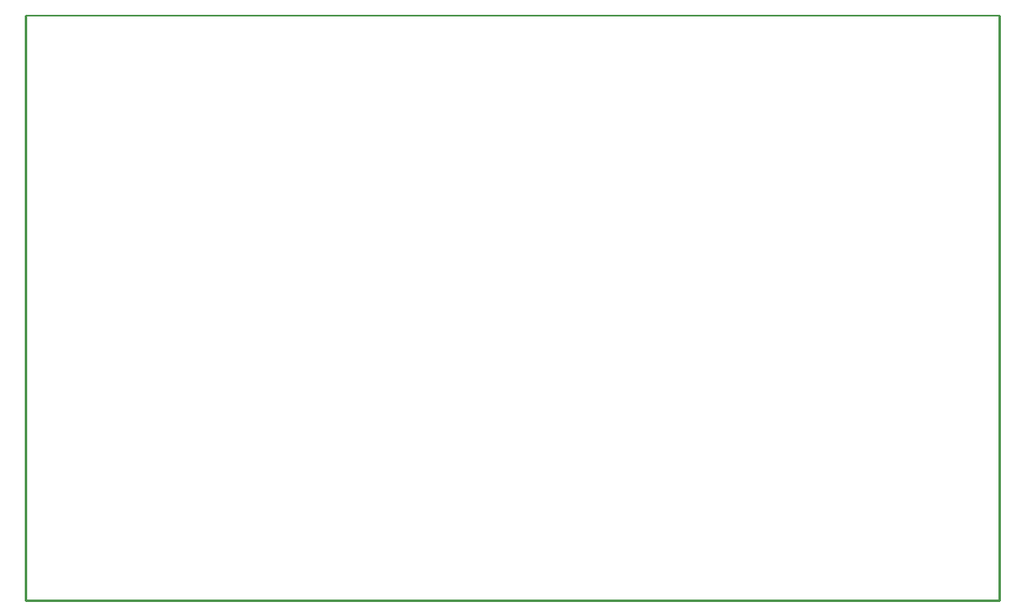
<source format=gko>
G04 Layer_Color=16711935*
%FSLAX25Y25*%
%MOIN*%
G70*
G01*
G75*
%ADD30C,0.01000*%
%ADD48C,0.00787*%
D30*
X-196750Y-118250D02*
X196750D01*
Y118250D01*
X-196750Y-118250D02*
Y118250D01*
D48*
X196750D01*
M02*

</source>
